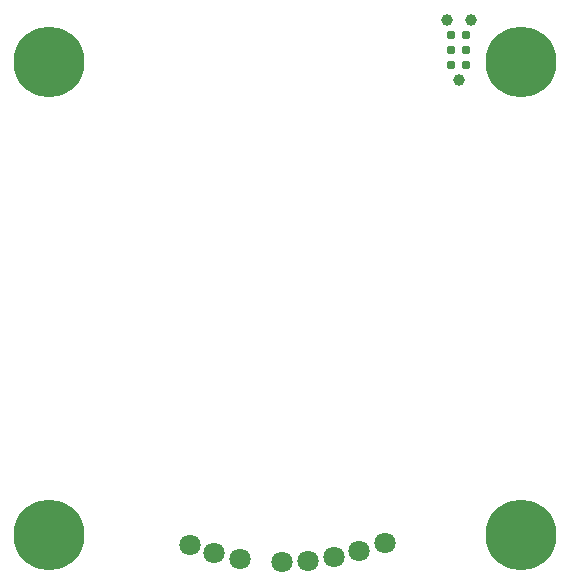
<source format=gts>
G04 #@! TF.GenerationSoftware,KiCad,Pcbnew,6.0.0-d3dd2cf0fa~116~ubuntu20.04.1*
G04 #@! TF.CreationDate,2022-01-19T00:51:47+01:00*
G04 #@! TF.ProjectId,lensmount,6c656e73-6d6f-4756-9e74-2e6b69636164,rev?*
G04 #@! TF.SameCoordinates,Original*
G04 #@! TF.FileFunction,Soldermask,Top*
G04 #@! TF.FilePolarity,Negative*
%FSLAX46Y46*%
G04 Gerber Fmt 4.6, Leading zero omitted, Abs format (unit mm)*
G04 Created by KiCad (PCBNEW 6.0.0-d3dd2cf0fa~116~ubuntu20.04.1) date 2022-01-19 00:51:47*
%MOMM*%
%LPD*%
G01*
G04 APERTURE LIST*
%ADD10C,0.800000*%
%ADD11C,6.000000*%
%ADD12C,0.985520*%
%ADD13C,0.988060*%
%ADD14C,0.784860*%
%ADD15C,1.800000*%
G04 APERTURE END LIST*
D10*
X121590990Y-118409010D03*
X120000000Y-117750000D03*
X118409010Y-118409010D03*
X117750000Y-120000000D03*
X118409010Y-121590990D03*
X120000000Y-122250000D03*
X121590990Y-121590990D03*
X122250000Y-120000000D03*
D11*
X120000000Y-120000000D03*
D10*
X121590990Y-78409010D03*
X120000000Y-77750000D03*
X118409010Y-78409010D03*
X117750000Y-80000000D03*
X118409010Y-81590990D03*
X120000000Y-82250000D03*
X121590990Y-81590990D03*
X122250000Y-80000000D03*
D11*
X120000000Y-80000000D03*
D10*
X81590990Y-118409010D03*
X80000000Y-117750000D03*
X78409010Y-118409010D03*
X77750000Y-120000000D03*
X78409010Y-121590990D03*
X80000000Y-122250000D03*
X81590990Y-121590990D03*
X82250000Y-120000000D03*
D11*
X80000000Y-120000000D03*
D10*
X81590990Y-78409010D03*
X80000000Y-77750000D03*
X78409010Y-78409010D03*
X77750000Y-80000000D03*
X78409010Y-81590990D03*
X80000000Y-82250000D03*
X81590990Y-81590990D03*
X82250000Y-80000000D03*
D11*
X80000000Y-80000000D03*
D12*
X115691000Y-76385000D03*
X113659000Y-76385000D03*
D13*
X114675000Y-81465000D03*
D14*
X114040000Y-77655000D03*
X115310000Y-77655000D03*
X114040000Y-78925000D03*
X115310000Y-78925000D03*
X114040000Y-80195000D03*
X115310000Y-80195000D03*
D15*
X101900000Y-122200000D03*
X104125000Y-121875000D03*
X99700000Y-122325000D03*
X106275000Y-121400000D03*
X96175000Y-122000000D03*
X108425000Y-120650000D03*
X94000000Y-121500000D03*
X91900000Y-120850000D03*
M02*

</source>
